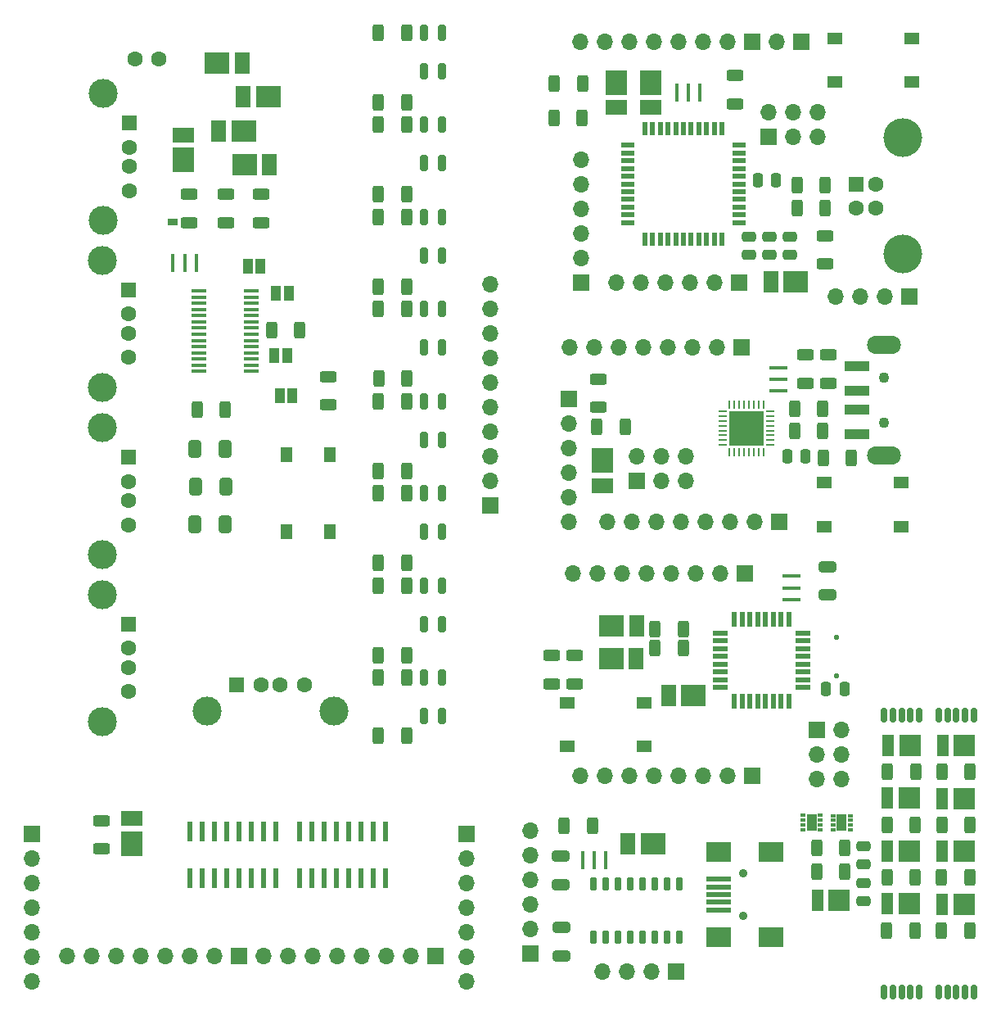
<source format=gbr>
%TF.GenerationSoftware,KiCad,Pcbnew,(6.0.5)*%
%TF.CreationDate,2023-06-16T09:38:06+03:00*%
%TF.ProjectId,JLC1,4a4c4331-2e6b-4696-9361-645f70636258,rev?*%
%TF.SameCoordinates,Original*%
%TF.FileFunction,Soldermask,Top*%
%TF.FilePolarity,Negative*%
%FSLAX46Y46*%
G04 Gerber Fmt 4.6, Leading zero omitted, Abs format (unit mm)*
G04 Created by KiCad (PCBNEW (6.0.5)) date 2023-06-16 09:38:06*
%MOMM*%
%LPD*%
G01*
G04 APERTURE LIST*
G04 Aperture macros list*
%AMRoundRect*
0 Rectangle with rounded corners*
0 $1 Rounding radius*
0 $2 $3 $4 $5 $6 $7 $8 $9 X,Y pos of 4 corners*
0 Add a 4 corners polygon primitive as box body*
4,1,4,$2,$3,$4,$5,$6,$7,$8,$9,$2,$3,0*
0 Add four circle primitives for the rounded corners*
1,1,$1+$1,$2,$3*
1,1,$1+$1,$4,$5*
1,1,$1+$1,$6,$7*
1,1,$1+$1,$8,$9*
0 Add four rect primitives between the rounded corners*
20,1,$1+$1,$2,$3,$4,$5,0*
20,1,$1+$1,$4,$5,$6,$7,0*
20,1,$1+$1,$6,$7,$8,$9,0*
20,1,$1+$1,$8,$9,$2,$3,0*%
G04 Aperture macros list end*
%ADD10R,1.600000X1.600000*%
%ADD11C,1.600000*%
%ADD12C,4.000000*%
%ADD13RoundRect,0.250000X-0.312500X-0.625000X0.312500X-0.625000X0.312500X0.625000X-0.312500X0.625000X0*%
%ADD14RoundRect,0.250000X0.625000X-0.312500X0.625000X0.312500X-0.625000X0.312500X-0.625000X-0.312500X0*%
%ADD15RoundRect,0.175000X0.175000X0.575000X-0.175000X0.575000X-0.175000X-0.575000X0.175000X-0.575000X0*%
%ADD16R,1.700000X1.700000*%
%ADD17O,1.700000X1.700000*%
%ADD18RoundRect,0.250000X0.312500X0.625000X-0.312500X0.625000X-0.312500X-0.625000X0.312500X-0.625000X0*%
%ADD19R,1.550000X1.300000*%
%ADD20R,2.500000X2.200000*%
%ADD21R,1.550000X2.200000*%
%ADD22R,1.473200X0.508000*%
%ADD23R,0.508000X1.473200*%
%ADD24RoundRect,0.250000X-0.650000X0.325000X-0.650000X-0.325000X0.650000X-0.325000X0.650000X0.325000X0*%
%ADD25R,1.900000X0.400000*%
%ADD26RoundRect,0.197500X-0.197500X-0.632500X0.197500X-0.632500X0.197500X0.632500X-0.197500X0.632500X0*%
%ADD27R,2.200000X2.200000*%
%ADD28R,1.250000X2.200000*%
%ADD29R,1.500000X1.600000*%
%ADD30C,3.000000*%
%ADD31RoundRect,0.250000X0.475000X-0.250000X0.475000X0.250000X-0.475000X0.250000X-0.475000X-0.250000X0*%
%ADD32R,1.525000X0.440000*%
%ADD33R,0.550000X1.600000*%
%ADD34R,1.600000X0.550000*%
%ADD35R,0.599440X1.998980*%
%ADD36R,1.000000X1.500000*%
%ADD37RoundRect,0.250000X-0.625000X0.312500X-0.625000X-0.312500X0.625000X-0.312500X0.625000X0.312500X0*%
%ADD38R,1.300000X1.550000*%
%ADD39RoundRect,0.250000X-0.250000X-0.475000X0.250000X-0.475000X0.250000X0.475000X-0.250000X0.475000X0*%
%ADD40RoundRect,0.250000X-0.412500X-0.650000X0.412500X-0.650000X0.412500X0.650000X-0.412500X0.650000X0*%
%ADD41R,0.500000X0.300000*%
%ADD42R,1.050000X1.750000*%
%ADD43R,2.200000X2.500000*%
%ADD44R,2.200000X1.550000*%
%ADD45RoundRect,0.250000X-0.475000X0.250000X-0.475000X-0.250000X0.475000X-0.250000X0.475000X0.250000X0*%
%ADD46R,1.600000X1.500000*%
%ADD47RoundRect,0.250000X0.650000X-0.325000X0.650000X0.325000X-0.650000X0.325000X-0.650000X-0.325000X0*%
%ADD48C,0.900000*%
%ADD49R,2.500000X0.500000*%
%ADD50R,2.500000X2.000000*%
%ADD51RoundRect,0.062500X-0.062500X0.337500X-0.062500X-0.337500X0.062500X-0.337500X0.062500X0.337500X0*%
%ADD52RoundRect,0.062500X-0.337500X0.062500X-0.337500X-0.062500X0.337500X-0.062500X0.337500X0.062500X0*%
%ADD53R,3.600000X3.600000*%
%ADD54R,0.400000X1.900000*%
%ADD55R,1.000000X0.750000*%
%ADD56C,1.100000*%
%ADD57R,2.500000X1.100000*%
%ADD58O,3.500000X1.900000*%
%ADD59RoundRect,0.049600X-0.260400X0.605400X-0.260400X-0.605400X0.260400X-0.605400X0.260400X0.605400X0*%
%ADD60C,0.550000*%
G04 APERTURE END LIST*
D10*
%TO.C,USB*%
X143758450Y-49404050D03*
D11*
X143758450Y-51904050D03*
X145758450Y-51904050D03*
X145758450Y-49404050D03*
D12*
X148618450Y-44654050D03*
X148618450Y-56654050D03*
%TD*%
D13*
%TO.C,2K7*%
X75587500Y-72717500D03*
X78512500Y-72717500D03*
%TD*%
D14*
%TO.C,330R*%
X74750000Y-53380000D03*
X74750000Y-50455000D03*
%TD*%
D15*
%TO.C,*%
X155025000Y-104275000D03*
%TD*%
D16*
%TO.C,REF\u002A\u002A*%
X103500000Y-116612500D03*
D17*
X103500000Y-119152500D03*
X103500000Y-121692500D03*
X103500000Y-124232500D03*
X103500000Y-126772500D03*
X103500000Y-129312500D03*
X103500000Y-131852500D03*
%TD*%
D15*
%TO.C,*%
X150275000Y-104262500D03*
%TD*%
D18*
%TO.C,330R*%
X115443450Y-42579050D03*
X112518450Y-42579050D03*
%TD*%
D19*
%TO.C,RESET*%
X149518450Y-38854050D03*
X141568450Y-38854050D03*
X141568450Y-34354050D03*
X149518450Y-34354050D03*
%TD*%
D18*
%TO.C,47K*%
X97278750Y-40947500D03*
X94353750Y-40947500D03*
%TD*%
D20*
%TO.C,PORT2*%
X80400000Y-43942500D03*
D21*
X77825000Y-43942500D03*
%TD*%
D18*
%TO.C,220R*%
X97278750Y-71847500D03*
X94353750Y-71847500D03*
%TD*%
D15*
%TO.C,*%
X149375000Y-132937500D03*
%TD*%
D16*
%TO.C,REF\u002A\u002A*%
X79965872Y-129199400D03*
D17*
X77425872Y-129199400D03*
X74885872Y-129199400D03*
X72345872Y-129199400D03*
X69805872Y-129199400D03*
X67265872Y-129199400D03*
X64725872Y-129199400D03*
X62185872Y-129199400D03*
%TD*%
D22*
%TO.C,ATmega32U4*%
X131655250Y-53383950D03*
X131655250Y-52596550D03*
X131655250Y-51783750D03*
X131655250Y-50996350D03*
X131655250Y-50183550D03*
X131655250Y-49396150D03*
X131655250Y-48608750D03*
X131655250Y-47795950D03*
X131655250Y-47008550D03*
X131655250Y-46195750D03*
X131655250Y-45408350D03*
D23*
X129902650Y-43655750D03*
X129115250Y-43655750D03*
X128302450Y-43655750D03*
X127515050Y-43655750D03*
X126702250Y-43655750D03*
X125914850Y-43655750D03*
X125127450Y-43655750D03*
X124314650Y-43655750D03*
X123527250Y-43655750D03*
X122714450Y-43655750D03*
X121927050Y-43655750D03*
D22*
X120174450Y-45408350D03*
X120174450Y-46195750D03*
X120174450Y-47008550D03*
X120174450Y-47795950D03*
X120174450Y-48608750D03*
X120174450Y-49396150D03*
X120174450Y-50183550D03*
X120174450Y-50996350D03*
X120174450Y-51783750D03*
X120174450Y-52596550D03*
X120174450Y-53383950D03*
D23*
X121927050Y-55136550D03*
X122714450Y-55136550D03*
X123527250Y-55136550D03*
X124314650Y-55136550D03*
X125127450Y-55136550D03*
X125914850Y-55136550D03*
X126702250Y-55136550D03*
X127515050Y-55136550D03*
X128302450Y-55136550D03*
X129115250Y-55136550D03*
X129902650Y-55136550D03*
%TD*%
D15*
%TO.C,*%
X153225000Y-104275000D03*
%TD*%
D18*
%TO.C,22R*%
X140300000Y-74937500D03*
X137375000Y-74937500D03*
%TD*%
D15*
%TO.C,*%
X147575000Y-132937500D03*
%TD*%
D24*
%TO.C,100nF*%
X140790000Y-88947500D03*
X140790000Y-91897500D03*
%TD*%
D25*
%TO.C,16MHz*%
X137040000Y-92347500D03*
X137040000Y-91147500D03*
X137040000Y-89947500D03*
%TD*%
D26*
%TO.C,REF\u002A\u002A*%
X99091250Y-66322500D03*
X99091250Y-62322500D03*
X100891250Y-66322500D03*
X100891250Y-62322500D03*
%TD*%
D11*
%TO.C,22pF*%
X69150000Y-36492500D03*
X71650000Y-36492500D03*
%TD*%
D20*
%TO.C,REF\u002A\u002A*%
X126940000Y-102272500D03*
D21*
X124365000Y-102272500D03*
%TD*%
D20*
%TO.C,PORT4*%
X77650000Y-36942500D03*
D21*
X80225000Y-36942500D03*
%TD*%
D27*
%TO.C,REF\u002A\u002A*%
X149250000Y-123812500D03*
D28*
X146975000Y-123812500D03*
%TD*%
D29*
%TO.C,USB1*%
X68485000Y-94887500D03*
D11*
X68485000Y-97387500D03*
X68485000Y-99387500D03*
X68485000Y-101887500D03*
D30*
X65775000Y-91817500D03*
X65775000Y-104957500D03*
%TD*%
D31*
%TO.C,0.1uF*%
X132714850Y-56721150D03*
X132714850Y-54821150D03*
%TD*%
D14*
%TO.C,330R*%
X78575000Y-53380000D03*
X78575000Y-50455000D03*
%TD*%
D18*
%TO.C,REF\u002A\u002A*%
X142587500Y-118037500D03*
X139662500Y-118037500D03*
%TD*%
D16*
%TO.C,REF\u002A\u002A*%
X114075000Y-71612500D03*
D17*
X114075000Y-74152500D03*
X114075000Y-76692500D03*
X114075000Y-79232500D03*
X114075000Y-81772500D03*
X114075000Y-84312500D03*
%TD*%
D27*
%TO.C,REF\u002A\u002A*%
X154975000Y-107450000D03*
D28*
X152700000Y-107450000D03*
%TD*%
D18*
%TO.C,47K*%
X97291250Y-69522500D03*
X94366250Y-69522500D03*
%TD*%
%TO.C,REF\u002A\u002A*%
X142587500Y-120487500D03*
X139662500Y-120487500D03*
%TD*%
D16*
%TO.C,REF\u002A\u002A*%
X133008450Y-34704050D03*
D17*
X130468450Y-34704050D03*
X127928450Y-34704050D03*
X125388450Y-34704050D03*
X122848450Y-34704050D03*
X120308450Y-34704050D03*
X117768450Y-34704050D03*
X115228450Y-34704050D03*
%TD*%
D13*
%TO.C,22R*%
X137645950Y-49504050D03*
X140570950Y-49504050D03*
%TD*%
D16*
%TO.C,REF\u002A\u002A*%
X125130000Y-130797500D03*
D17*
X122590000Y-130797500D03*
X120050000Y-130797500D03*
X117510000Y-130797500D03*
%TD*%
D16*
%TO.C,REF\u002A\u002A*%
X121045000Y-80127500D03*
D17*
X121045000Y-77587500D03*
X123585000Y-80127500D03*
X123585000Y-77587500D03*
X126125000Y-80127500D03*
X126125000Y-77587500D03*
%TD*%
D16*
%TO.C,REF\u002A\u002A*%
X131689850Y-59583550D03*
D17*
X129149850Y-59583550D03*
X126609850Y-59583550D03*
X124069850Y-59583550D03*
X121529850Y-59583550D03*
X118989850Y-59583550D03*
%TD*%
D15*
%TO.C,*%
X147575000Y-104262500D03*
%TD*%
%TO.C,*%
X153225000Y-132950000D03*
%TD*%
D14*
%TO.C,*%
X82250000Y-53392500D03*
%TD*%
D18*
%TO.C,220R*%
X97278750Y-90897500D03*
X94353750Y-90897500D03*
%TD*%
D32*
%TO.C,FE1.1s*%
X75771500Y-60452500D03*
X75771500Y-61092500D03*
X75771500Y-61732500D03*
X75771500Y-62372500D03*
X75771500Y-63012500D03*
X75771500Y-63652500D03*
X75771500Y-64292500D03*
X75771500Y-64932500D03*
X75771500Y-65572500D03*
X75771500Y-66212500D03*
X75771500Y-66852500D03*
X75771500Y-67492500D03*
X75771500Y-68132500D03*
X75771500Y-68772500D03*
X81195500Y-68772500D03*
X81195500Y-68132500D03*
X81195500Y-67492500D03*
X81195500Y-66852500D03*
X81195500Y-66212500D03*
X81195500Y-65572500D03*
X81195500Y-64932500D03*
X81195500Y-64292500D03*
X81195500Y-63652500D03*
X81195500Y-63012500D03*
X81195500Y-62372500D03*
X81195500Y-61732500D03*
X81195500Y-61092500D03*
X81195500Y-60452500D03*
%TD*%
D15*
%TO.C,*%
X152325000Y-132950000D03*
%TD*%
D18*
%TO.C,47K*%
X97278750Y-60022500D03*
X94353750Y-60022500D03*
%TD*%
D14*
%TO.C,1K*%
X89125000Y-72255000D03*
X89125000Y-69330000D03*
%TD*%
D18*
%TO.C,220R*%
X97278750Y-100422500D03*
X94353750Y-100422500D03*
%TD*%
%TO.C,330R*%
X125865000Y-95422500D03*
X122940000Y-95422500D03*
%TD*%
D16*
%TO.C,REF\u002A\u002A*%
X135775000Y-84287500D03*
D17*
X133235000Y-84287500D03*
X130695000Y-84287500D03*
X128155000Y-84287500D03*
X125615000Y-84287500D03*
X123075000Y-84287500D03*
X120535000Y-84287500D03*
X117995000Y-84287500D03*
%TD*%
D33*
%TO.C,ATmega16U2*%
X136790000Y-94372500D03*
X135990000Y-94372500D03*
X135190000Y-94372500D03*
X134390000Y-94372500D03*
X133590000Y-94372500D03*
X132790000Y-94372500D03*
X131990000Y-94372500D03*
X131190000Y-94372500D03*
D34*
X129740000Y-95822500D03*
X129740000Y-96622500D03*
X129740000Y-97422500D03*
X129740000Y-98222500D03*
X129740000Y-99022500D03*
X129740000Y-99822500D03*
X129740000Y-100622500D03*
X129740000Y-101422500D03*
D33*
X131190000Y-102872500D03*
X131990000Y-102872500D03*
X132790000Y-102872500D03*
X133590000Y-102872500D03*
X134390000Y-102872500D03*
X135190000Y-102872500D03*
X135990000Y-102872500D03*
X136790000Y-102872500D03*
D34*
X138240000Y-101422500D03*
X138240000Y-100622500D03*
X138240000Y-99822500D03*
X138240000Y-99022500D03*
X138240000Y-98222500D03*
X138240000Y-97422500D03*
X138240000Y-96622500D03*
X138240000Y-95822500D03*
%TD*%
D26*
%TO.C,REF\u002A\u002A*%
X99091250Y-104422500D03*
X99091250Y-100422500D03*
X100891250Y-104422500D03*
X100891250Y-100422500D03*
%TD*%
D35*
%TO.C,REF\u002A\u002A*%
X86152500Y-121147200D03*
X87422500Y-121147200D03*
X88692500Y-121147200D03*
X89962500Y-121147200D03*
X91232500Y-121147200D03*
X92502500Y-121147200D03*
X93772500Y-121147200D03*
X95042500Y-121147200D03*
X95042500Y-116346600D03*
X93772500Y-116346600D03*
X92502500Y-116346600D03*
X91232500Y-116346600D03*
X89962500Y-116346600D03*
X88692500Y-116346600D03*
X87422500Y-116346600D03*
X86152500Y-116346600D03*
%TD*%
D16*
%TO.C,REF\u002A\u002A*%
X134677450Y-44558550D03*
D17*
X134677450Y-42018550D03*
X137217450Y-44558550D03*
X137217450Y-42018550D03*
X139757450Y-44558550D03*
X139757450Y-42018550D03*
%TD*%
D36*
%TO.C,FUSE*%
X83775000Y-60692500D03*
X85075000Y-60692500D03*
%TD*%
D15*
%TO.C,*%
X154125000Y-132950000D03*
%TD*%
%TO.C,*%
X152325000Y-104275000D03*
%TD*%
D27*
%TO.C,REF\u002A\u002A*%
X154950000Y-112900000D03*
D28*
X152675000Y-112900000D03*
%TD*%
D15*
%TO.C,*%
X154125000Y-104275000D03*
%TD*%
D26*
%TO.C,REF\u002A\u002A*%
X99091250Y-94897500D03*
X99091250Y-90897500D03*
X100891250Y-94897500D03*
X100891250Y-90897500D03*
%TD*%
D18*
%TO.C,220R*%
X97278750Y-62347500D03*
X94353750Y-62347500D03*
%TD*%
D37*
%TO.C,10uF*%
X140875000Y-67075000D03*
X140875000Y-70000000D03*
%TD*%
D38*
%TO.C,RESET*%
X89325000Y-77367500D03*
X89325000Y-85317500D03*
X84825000Y-85317500D03*
X84825000Y-77367500D03*
%TD*%
D37*
%TO.C,100nF*%
X117125000Y-69575000D03*
X117125000Y-72500000D03*
%TD*%
D27*
%TO.C,REF\u002A\u002A*%
X149325000Y-107437500D03*
D28*
X147050000Y-107437500D03*
%TD*%
D37*
%TO.C,100nF*%
X138550000Y-67075000D03*
X138550000Y-70000000D03*
%TD*%
D18*
%TO.C,FUSE*%
X86212500Y-64542500D03*
X83287500Y-64542500D03*
%TD*%
D39*
%TO.C,1uF*%
X140640000Y-101622500D03*
X142540000Y-101622500D03*
%TD*%
D29*
%TO.C,USB2*%
X68510000Y-77637500D03*
D11*
X68510000Y-80137500D03*
X68510000Y-82137500D03*
X68510000Y-84637500D03*
D30*
X65800000Y-74567500D03*
X65800000Y-87707500D03*
%TD*%
D18*
%TO.C,REF\u002A\u002A*%
X155500000Y-126550000D03*
X152575000Y-126550000D03*
%TD*%
D37*
%TO.C,330R*%
X114640000Y-98147500D03*
X114640000Y-101072500D03*
%TD*%
D20*
%TO.C,PORT1*%
X80500000Y-47442500D03*
D21*
X83075000Y-47442500D03*
%TD*%
D15*
%TO.C,*%
X146675000Y-132937500D03*
%TD*%
D18*
%TO.C,47K*%
X97278750Y-50472500D03*
X94353750Y-50472500D03*
%TD*%
D20*
%TO.C,REF\u002A\u002A*%
X122752500Y-117622500D03*
D21*
X120177500Y-117622500D03*
%TD*%
D16*
%TO.C,REF\u002A\u002A*%
X100265872Y-129199400D03*
D17*
X97725872Y-129199400D03*
X95185872Y-129199400D03*
X92645872Y-129199400D03*
X90105872Y-129199400D03*
X87565872Y-129199400D03*
X85025872Y-129199400D03*
X82485872Y-129199400D03*
%TD*%
D20*
%TO.C,REF\u002A\u002A*%
X118465000Y-95047500D03*
D21*
X121040000Y-95047500D03*
%TD*%
D31*
%TO.C,1uF*%
X144525000Y-119737500D03*
X144525000Y-117837500D03*
%TD*%
D15*
%TO.C,*%
X149375000Y-104262500D03*
%TD*%
D18*
%TO.C,REF\u002A\u002A*%
X149925000Y-110162500D03*
X147000000Y-110162500D03*
%TD*%
D16*
%TO.C,REF\u002A\u002A*%
X115283450Y-59629050D03*
D17*
X115283450Y-57089050D03*
X115283450Y-54549050D03*
X115283450Y-52009050D03*
X115283450Y-49469050D03*
X115283450Y-46929050D03*
%TD*%
D40*
%TO.C,10uF*%
X75337500Y-76792500D03*
X78462500Y-76792500D03*
%TD*%
D27*
%TO.C,REF\u002A\u002A*%
X154900000Y-123825000D03*
D28*
X152625000Y-123825000D03*
%TD*%
D18*
%TO.C,220R*%
X97278750Y-43272500D03*
X94353750Y-43272500D03*
%TD*%
%TO.C,REF\u002A\u002A*%
X155550000Y-115625000D03*
X152625000Y-115625000D03*
%TD*%
D41*
%TO.C,LM358*%
X141375000Y-114675000D03*
X141375000Y-115175000D03*
X141375000Y-115675000D03*
X141375000Y-116175000D03*
X143175000Y-116175000D03*
X143175000Y-115675000D03*
X143175000Y-115175000D03*
X143175000Y-114675000D03*
D42*
X142275000Y-115425000D03*
%TD*%
D27*
%TO.C,REF\u002A\u002A*%
X149275000Y-118362500D03*
D28*
X147000000Y-118362500D03*
%TD*%
D15*
%TO.C,*%
X146675000Y-104262500D03*
%TD*%
D43*
%TO.C,TX*%
X118958450Y-38904050D03*
D44*
X118958450Y-41479050D03*
%TD*%
D18*
%TO.C,REF\u002A\u002A*%
X149875000Y-121087500D03*
X146950000Y-121087500D03*
%TD*%
D39*
%TO.C,1uF*%
X136625000Y-77587500D03*
X138525000Y-77587500D03*
%TD*%
D18*
%TO.C,220R*%
X97278750Y-33747500D03*
X94353750Y-33747500D03*
%TD*%
D15*
%TO.C,*%
X155925000Y-132950000D03*
%TD*%
D18*
%TO.C,330R*%
X115468450Y-39029050D03*
X112543450Y-39029050D03*
%TD*%
%TO.C,REF\u002A\u002A*%
X155575000Y-110175000D03*
X152650000Y-110175000D03*
%TD*%
D15*
%TO.C,*%
X155025000Y-132950000D03*
%TD*%
D41*
%TO.C,LM358*%
X138275000Y-114637500D03*
X138275000Y-115137500D03*
X138275000Y-115637500D03*
X138275000Y-116137500D03*
X140075000Y-116137500D03*
X140075000Y-115637500D03*
X140075000Y-115137500D03*
X140075000Y-114637500D03*
D42*
X139175000Y-115387500D03*
%TD*%
D19*
%TO.C,RESET*%
X148450000Y-84787500D03*
X140500000Y-84787500D03*
X148450000Y-80287500D03*
X140500000Y-80287500D03*
%TD*%
D15*
%TO.C,*%
X148475000Y-104262500D03*
%TD*%
D45*
%TO.C,10uF*%
X136908450Y-54829050D03*
X136908450Y-56729050D03*
%TD*%
D46*
%TO.C,USB_0*%
X79675000Y-101157500D03*
D11*
X82175000Y-101157500D03*
X84175000Y-101157500D03*
X86675000Y-101157500D03*
D30*
X76605000Y-103867500D03*
X89745000Y-103867500D03*
%TD*%
D15*
%TO.C,*%
X148475000Y-132937500D03*
%TD*%
%TO.C,*%
X150275000Y-132937500D03*
%TD*%
D18*
%TO.C,220R*%
X97278750Y-52797500D03*
X94353750Y-52797500D03*
%TD*%
D39*
%TO.C,1uF*%
X133577450Y-49008550D03*
X135477450Y-49008550D03*
%TD*%
D14*
%TO.C,10K*%
X112290000Y-101072500D03*
X112290000Y-98147500D03*
%TD*%
D31*
%TO.C,1uF*%
X144525000Y-123537500D03*
X144525000Y-121637500D03*
%TD*%
D16*
%TO.C,REF\u002A\u002A*%
X132240000Y-89622500D03*
D17*
X129700000Y-89622500D03*
X127160000Y-89622500D03*
X124620000Y-89622500D03*
X122080000Y-89622500D03*
X119540000Y-89622500D03*
X117000000Y-89622500D03*
X114460000Y-89622500D03*
%TD*%
D14*
%TO.C,330R*%
X82250000Y-53392500D03*
X82250000Y-50467500D03*
%TD*%
D13*
%TO.C,1K*%
X113540000Y-115772500D03*
X116465000Y-115772500D03*
%TD*%
D18*
%TO.C,1K*%
X119887500Y-74487500D03*
X116962500Y-74487500D03*
%TD*%
D16*
%TO.C,REF\u002A\u002A*%
X58520000Y-116599400D03*
D17*
X58520000Y-119139400D03*
X58520000Y-121679400D03*
X58520000Y-124219400D03*
X58520000Y-126759400D03*
X58520000Y-129299400D03*
X58520000Y-131839400D03*
%TD*%
D18*
%TO.C,47K*%
X97278750Y-88572500D03*
X94353750Y-88572500D03*
%TD*%
D26*
%TO.C,REF\u002A\u002A*%
X99091250Y-85372500D03*
X99091250Y-81372500D03*
X100891250Y-85372500D03*
X100891250Y-81372500D03*
%TD*%
D13*
%TO.C,22R*%
X137653950Y-51873050D03*
X140578950Y-51873050D03*
%TD*%
D26*
%TO.C,REF\u002A\u002A*%
X99091250Y-37747500D03*
X99091250Y-33747500D03*
X100891250Y-37747500D03*
X100891250Y-33747500D03*
%TD*%
D16*
%TO.C,REF\u002A\u002A*%
X149243450Y-61054050D03*
D17*
X146703450Y-61054050D03*
X144163450Y-61054050D03*
X141623450Y-61054050D03*
%TD*%
D43*
%TO.C,REF\u002A\u002A*%
X117525000Y-77987500D03*
D44*
X117525000Y-80562500D03*
%TD*%
D16*
%TO.C,-BAT+*%
X138108450Y-34704050D03*
D17*
X135568450Y-34704050D03*
%TD*%
D47*
%TO.C,100nF*%
X113252500Y-129197500D03*
X113252500Y-126247500D03*
%TD*%
D48*
%TO.C,USB*%
X132102500Y-125047500D03*
X132102500Y-120647500D03*
D49*
X129502500Y-124447500D03*
X129502500Y-123647500D03*
X129502500Y-122847500D03*
X129502500Y-122047500D03*
X129502500Y-121247500D03*
D50*
X135002500Y-118447500D03*
X129502500Y-127247500D03*
X135002500Y-127247500D03*
X129502500Y-118447500D03*
%TD*%
D27*
%TO.C,REF\u002A\u002A*%
X142025000Y-123437500D03*
D28*
X139750000Y-123437500D03*
%TD*%
D26*
%TO.C,REF\u002A\u002A*%
X99091250Y-75847500D03*
X99091250Y-71847500D03*
X100891250Y-75847500D03*
X100891250Y-71847500D03*
%TD*%
D36*
%TO.C,BTN*%
X84125000Y-71267500D03*
X85425000Y-71267500D03*
%TD*%
D18*
%TO.C,47K*%
X97278750Y-98097500D03*
X94353750Y-98097500D03*
%TD*%
D14*
%TO.C,10K*%
X131268450Y-41141550D03*
X131268450Y-38216550D03*
%TD*%
D18*
%TO.C,REF\u002A\u002A*%
X155525000Y-121100000D03*
X152600000Y-121100000D03*
%TD*%
D40*
%TO.C,10uF*%
X75387500Y-84542500D03*
X78512500Y-84542500D03*
%TD*%
D20*
%TO.C,POW*%
X137533450Y-59554050D03*
D21*
X134958450Y-59554050D03*
%TD*%
D18*
%TO.C,330R*%
X125865000Y-97372500D03*
X122940000Y-97372500D03*
%TD*%
%TO.C,REF\u002A\u002A*%
X149900000Y-115612500D03*
X146975000Y-115612500D03*
%TD*%
%TO.C,47K*%
X97278750Y-106447500D03*
X94353750Y-106447500D03*
%TD*%
D26*
%TO.C,REF\u002A\u002A*%
X99091250Y-47272500D03*
X99091250Y-43272500D03*
X100891250Y-47272500D03*
X100891250Y-43272500D03*
%TD*%
D36*
%TO.C,TEST*%
X80825000Y-57867500D03*
X82125000Y-57867500D03*
%TD*%
D51*
%TO.C,AT90USB162*%
X134175000Y-72187500D03*
X133675000Y-72187500D03*
X133175000Y-72187500D03*
X132675000Y-72187500D03*
X132175000Y-72187500D03*
X131675000Y-72187500D03*
X131175000Y-72187500D03*
X130675000Y-72187500D03*
D52*
X129975000Y-72887500D03*
X129975000Y-73387500D03*
X129975000Y-73887500D03*
X129975000Y-74387500D03*
X129975000Y-74887500D03*
X129975000Y-75387500D03*
X129975000Y-75887500D03*
X129975000Y-76387500D03*
D51*
X130675000Y-77087500D03*
X131175000Y-77087500D03*
X131675000Y-77087500D03*
X132175000Y-77087500D03*
X132675000Y-77087500D03*
X133175000Y-77087500D03*
X133675000Y-77087500D03*
X134175000Y-77087500D03*
D52*
X134875000Y-76387500D03*
X134875000Y-75887500D03*
X134875000Y-75387500D03*
X134875000Y-74887500D03*
X134875000Y-74387500D03*
X134875000Y-73887500D03*
X134875000Y-73387500D03*
X134875000Y-72887500D03*
D53*
X132425000Y-74637500D03*
%TD*%
D14*
%TO.C,330R*%
X140533450Y-57691550D03*
X140533450Y-54766550D03*
%TD*%
D43*
%TO.C,PWR*%
X74150000Y-46892500D03*
D44*
X74150000Y-44317500D03*
%TD*%
D43*
%TO.C,REF\u002A\u002A*%
X68800000Y-117562500D03*
D44*
X68800000Y-114987500D03*
%TD*%
D43*
%TO.C,RX*%
X122533450Y-38904050D03*
D44*
X122533450Y-41479050D03*
%TD*%
D26*
%TO.C,REF\u002A\u002A*%
X99091250Y-56797500D03*
X99091250Y-52797500D03*
X100891250Y-56797500D03*
X100891250Y-52797500D03*
%TD*%
D27*
%TO.C,REF\u002A\u002A*%
X154925000Y-118375000D03*
D28*
X152650000Y-118375000D03*
%TD*%
D18*
%TO.C,10K*%
X143287500Y-77687500D03*
X140362500Y-77687500D03*
%TD*%
D24*
%TO.C,100nF*%
X113230000Y-118897500D03*
X113230000Y-121847500D03*
%TD*%
D25*
%TO.C,16MHz*%
X135725000Y-68387500D03*
X135725000Y-69587500D03*
X135725000Y-70787500D03*
%TD*%
D35*
%TO.C,REF\u002A\u002A*%
X74830000Y-121162500D03*
X76100000Y-121162500D03*
X77370000Y-121162500D03*
X78640000Y-121162500D03*
X79910000Y-121162500D03*
X81180000Y-121162500D03*
X82450000Y-121162500D03*
X83720000Y-121162500D03*
X83720000Y-116361900D03*
X82450000Y-116361900D03*
X81180000Y-116361900D03*
X79910000Y-116361900D03*
X78640000Y-116361900D03*
X77370000Y-116361900D03*
X76100000Y-116361900D03*
X74830000Y-116361900D03*
%TD*%
D16*
%TO.C,REF\u002A\u002A*%
X110052500Y-128912500D03*
D17*
X110052500Y-126372500D03*
X110052500Y-123832500D03*
X110052500Y-121292500D03*
X110052500Y-118752500D03*
X110052500Y-116212500D03*
%TD*%
D16*
%TO.C,REF\u002A\u002A*%
X139690000Y-105847500D03*
D17*
X142230000Y-105847500D03*
X139690000Y-108387500D03*
X142230000Y-108387500D03*
X139690000Y-110927500D03*
X142230000Y-110927500D03*
%TD*%
D27*
%TO.C,REF\u002A\u002A*%
X149300000Y-112887500D03*
D28*
X147025000Y-112887500D03*
%TD*%
D16*
%TO.C,REF\u002A\u002A*%
X131900000Y-66287500D03*
D17*
X129360000Y-66287500D03*
X126820000Y-66287500D03*
X124280000Y-66287500D03*
X121740000Y-66287500D03*
X119200000Y-66287500D03*
X116660000Y-66287500D03*
X114120000Y-66287500D03*
%TD*%
D15*
%TO.C,*%
X155925000Y-104275000D03*
%TD*%
D18*
%TO.C,47K*%
X97278750Y-79047500D03*
X94353750Y-79047500D03*
%TD*%
D54*
%TO.C,16MHz*%
X125227450Y-39958550D03*
X126427450Y-39958550D03*
X127627450Y-39958550D03*
%TD*%
D40*
%TO.C,10uF*%
X75412500Y-80692500D03*
X78537500Y-80692500D03*
%TD*%
D37*
%TO.C,1K*%
X65725000Y-115200000D03*
X65725000Y-118125000D03*
%TD*%
D54*
%TO.C,12MHz*%
X73100000Y-57542500D03*
X74300000Y-57542500D03*
X75500000Y-57542500D03*
%TD*%
D29*
%TO.C,USB3*%
X68535000Y-60342500D03*
D11*
X68535000Y-62842500D03*
X68535000Y-64842500D03*
X68535000Y-67342500D03*
D30*
X65825000Y-70412500D03*
X65825000Y-57272500D03*
%TD*%
D31*
%TO.C,1uF*%
X134789850Y-56721150D03*
X134789850Y-54821150D03*
%TD*%
D36*
%TO.C,RESET*%
X83600000Y-67117500D03*
X84900000Y-67117500D03*
%TD*%
D18*
%TO.C,REF\u002A\u002A*%
X149850000Y-126537500D03*
X146925000Y-126537500D03*
%TD*%
D20*
%TO.C,REF\u002A\u002A*%
X118440000Y-98497500D03*
D21*
X121015000Y-98497500D03*
%TD*%
D55*
%TO.C,FUSE*%
X73087500Y-53367500D03*
X74387500Y-53367500D03*
%TD*%
D18*
%TO.C,22R*%
X140300000Y-72637500D03*
X137375000Y-72637500D03*
%TD*%
D56*
%TO.C,USB_0*%
X146625000Y-69437500D03*
X146625000Y-74037500D03*
D57*
X143875000Y-68237500D03*
X143875000Y-70737500D03*
X143875000Y-72737500D03*
X143875000Y-75237500D03*
D58*
X146625000Y-66037500D03*
X146625000Y-77437500D03*
%TD*%
D29*
%TO.C,USB4*%
X68560000Y-43092500D03*
D11*
X68560000Y-45592500D03*
X68560000Y-47592500D03*
X68560000Y-50092500D03*
D30*
X65850000Y-40022500D03*
X65850000Y-53162500D03*
%TD*%
D20*
%TO.C,PORT3*%
X82950000Y-40417500D03*
D21*
X80375000Y-40417500D03*
%TD*%
D54*
%TO.C,12MHz*%
X115480000Y-119250000D03*
X116680000Y-119250000D03*
X117880000Y-119250000D03*
%TD*%
D16*
%TO.C,REF\u002A\u002A*%
X132990000Y-110572500D03*
D17*
X130450000Y-110572500D03*
X127910000Y-110572500D03*
X125370000Y-110572500D03*
X122830000Y-110572500D03*
X120290000Y-110572500D03*
X117750000Y-110572500D03*
X115210000Y-110572500D03*
%TD*%
D18*
%TO.C,220R*%
X97278750Y-81372500D03*
X94353750Y-81372500D03*
%TD*%
D19*
%TO.C,RESET*%
X113865000Y-107522500D03*
X121815000Y-107522500D03*
X113865000Y-103022500D03*
X121815000Y-103022500D03*
%TD*%
D59*
%TO.C,CH340G*%
X125450000Y-121725000D03*
X124180000Y-121725000D03*
X122910000Y-121725000D03*
X121640000Y-121725000D03*
X120370000Y-121725000D03*
X119100000Y-121725000D03*
X117830000Y-121725000D03*
X116560000Y-121725000D03*
X116560000Y-127225000D03*
X117830000Y-127225000D03*
X119100000Y-127225000D03*
X120370000Y-127225000D03*
X121640000Y-127225000D03*
X122910000Y-127225000D03*
X124180000Y-127225000D03*
X125450000Y-127225000D03*
%TD*%
D16*
%TO.C,REF\u002A\u002A*%
X105941250Y-82587500D03*
D17*
X105941250Y-80047500D03*
X105941250Y-77507500D03*
X105941250Y-74967500D03*
X105941250Y-72427500D03*
X105941250Y-69887500D03*
X105941250Y-67347500D03*
X105941250Y-64807500D03*
X105941250Y-62267500D03*
X105941250Y-59727500D03*
%TD*%
D60*
%TO.C,REF\u002A\u002A*%
X141715000Y-96222500D03*
X141715000Y-100222500D03*
%TD*%
M02*

</source>
